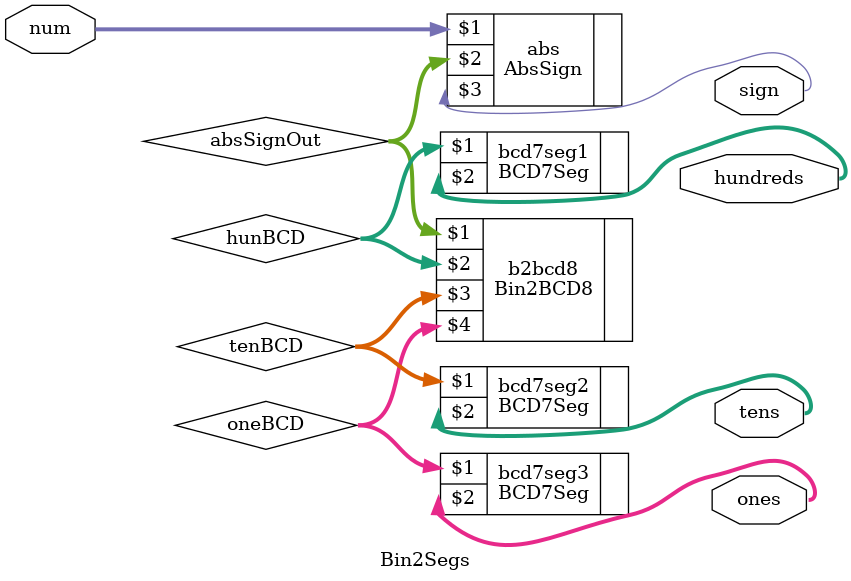
<source format=v>
module Bin2Segs (num, hundreds, tens, ones, sign);
    input [6:0] num;
    output [7:0] hundreds, tens, ones;
    output sign;
    wire [7:0] absSignOut;
    wire [3:0] hunBCD, tenBCD, oneBCD;

    AbsSign abs(num, absSignOut, sign);
    Bin2BCD8 b2bcd8(absSignOut, hunBCD, tenBCD, oneBCD);
    BCD7Seg bcd7seg1(hunBCD, hundreds);
    BCD7Seg bcd7seg2(tenBCD, tens);
    BCD7Seg bcd7seg3(oneBCD, ones);

endmodule

</source>
